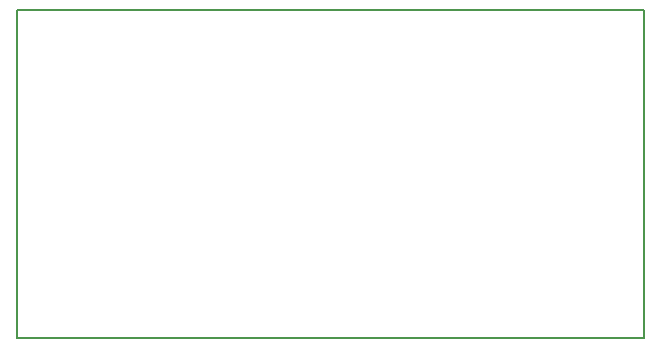
<source format=gm1>
G04 MADE WITH FRITZING*
G04 WWW.FRITZING.ORG*
G04 DOUBLE SIDED*
G04 HOLES PLATED*
G04 CONTOUR ON CENTER OF CONTOUR VECTOR*
%ASAXBY*%
%FSLAX23Y23*%
%MOIN*%
%OFA0B0*%
%SFA1.0B1.0*%
%ADD10R,2.099290X1.100650*%
%ADD11C,0.008000*%
%ADD10C,0.008*%
%LNCONTOUR*%
G90*
G70*
G54D10*
G54D11*
X4Y1097D02*
X2095Y1097D01*
X2095Y4D01*
X4Y4D01*
X4Y1097D01*
D02*
G04 End of contour*
M02*
</source>
